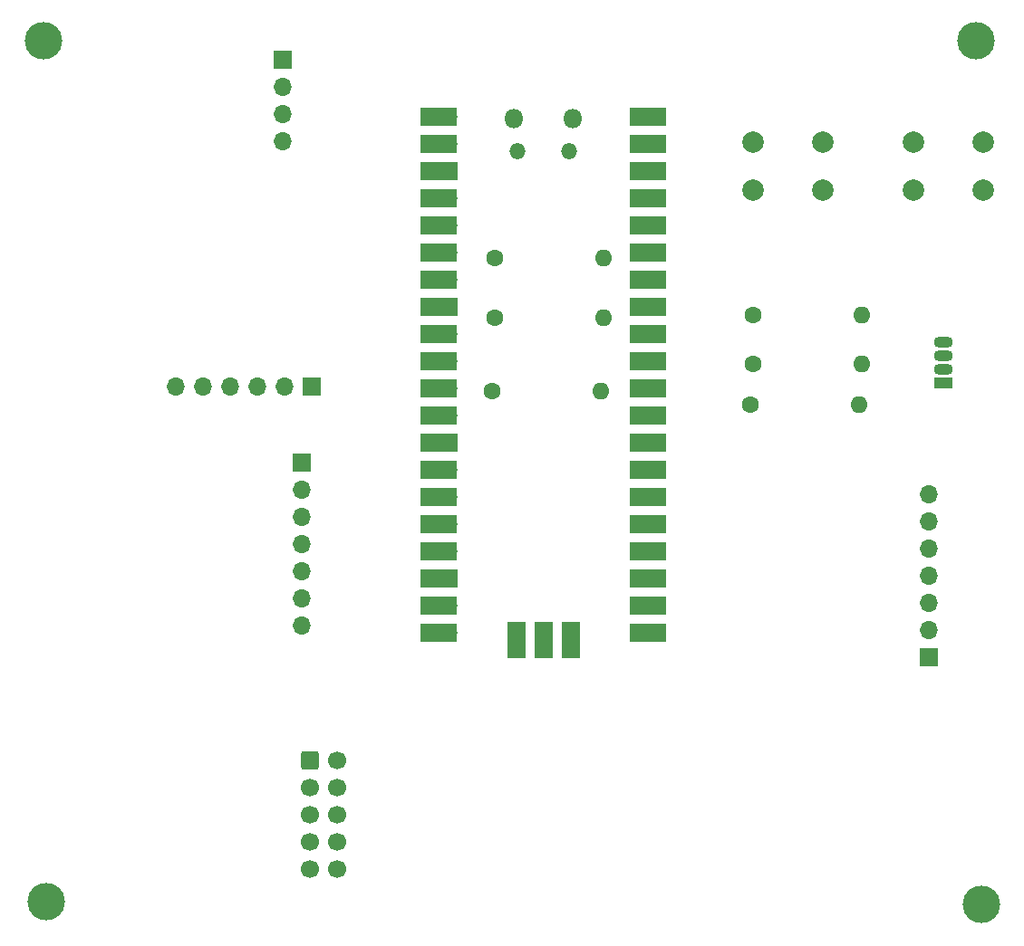
<source format=gbr>
%TF.GenerationSoftware,KiCad,Pcbnew,(6.0.1)*%
%TF.CreationDate,2022-11-11T16:48:08-03:00*%
%TF.ProjectId,Circuito esquem_tico,43697263-7569-4746-9f20-65737175656d,rev?*%
%TF.SameCoordinates,Original*%
%TF.FileFunction,Soldermask,Top*%
%TF.FilePolarity,Negative*%
%FSLAX46Y46*%
G04 Gerber Fmt 4.6, Leading zero omitted, Abs format (unit mm)*
G04 Created by KiCad (PCBNEW (6.0.1)) date 2022-11-11 16:48:08*
%MOMM*%
%LPD*%
G01*
G04 APERTURE LIST*
G04 Aperture macros list*
%AMRoundRect*
0 Rectangle with rounded corners*
0 $1 Rounding radius*
0 $2 $3 $4 $5 $6 $7 $8 $9 X,Y pos of 4 corners*
0 Add a 4 corners polygon primitive as box body*
4,1,4,$2,$3,$4,$5,$6,$7,$8,$9,$2,$3,0*
0 Add four circle primitives for the rounded corners*
1,1,$1+$1,$2,$3*
1,1,$1+$1,$4,$5*
1,1,$1+$1,$6,$7*
1,1,$1+$1,$8,$9*
0 Add four rect primitives between the rounded corners*
20,1,$1+$1,$2,$3,$4,$5,0*
20,1,$1+$1,$4,$5,$6,$7,0*
20,1,$1+$1,$6,$7,$8,$9,0*
20,1,$1+$1,$8,$9,$2,$3,0*%
G04 Aperture macros list end*
%ADD10C,1.600000*%
%ADD11O,1.600000X1.600000*%
%ADD12R,1.700000X1.700000*%
%ADD13O,1.700000X1.700000*%
%ADD14C,3.500000*%
%ADD15RoundRect,0.250000X-0.600000X-0.600000X0.600000X-0.600000X0.600000X0.600000X-0.600000X0.600000X0*%
%ADD16C,1.700000*%
%ADD17C,2.000000*%
%ADD18R,1.800000X1.070000*%
%ADD19O,1.800000X1.070000*%
%ADD20O,1.800000X1.800000*%
%ADD21O,1.500000X1.500000*%
%ADD22R,3.500000X1.700000*%
%ADD23R,1.700000X3.500000*%
G04 APERTURE END LIST*
D10*
%TO.C,R6*%
X158496000Y-73406000D03*
D11*
X168656000Y-73406000D03*
%TD*%
D12*
%TO.C,J3*%
X114808000Y-41148000D03*
D13*
X114808000Y-43688000D03*
X114808000Y-46228000D03*
X114808000Y-48768000D03*
%TD*%
D10*
%TO.C,R5*%
X158750000Y-69596000D03*
D11*
X168910000Y-69596000D03*
%TD*%
D12*
%TO.C,J4*%
X117577006Y-71709991D03*
D13*
X115037006Y-71709991D03*
X112497006Y-71709991D03*
X109957006Y-71709991D03*
X107417006Y-71709991D03*
X104877006Y-71709991D03*
%TD*%
D14*
%TO.C,REF\u002A\u002A*%
X92710000Y-119888000D03*
%TD*%
D15*
%TO.C,J6*%
X117357500Y-106680000D03*
D16*
X119897500Y-106680000D03*
X117357500Y-109220000D03*
X119897500Y-109220000D03*
X117357500Y-111760000D03*
X119897500Y-111760000D03*
X117357500Y-114300000D03*
X119897500Y-114300000D03*
X117357500Y-116840000D03*
X119897500Y-116840000D03*
%TD*%
D10*
%TO.C,R4*%
X158750000Y-65024000D03*
D11*
X168910000Y-65024000D03*
%TD*%
D12*
%TO.C,J1*%
X116611000Y-78760000D03*
D13*
X116611000Y-81300000D03*
X116611000Y-83840000D03*
X116611000Y-86380000D03*
X116611000Y-88920000D03*
X116611000Y-91460000D03*
X116611000Y-94000000D03*
%TD*%
D14*
%TO.C,REF\u002A\u002A*%
X92456000Y-39370000D03*
%TD*%
D17*
%TO.C,SW2*%
X165302000Y-48804000D03*
X158802000Y-48804000D03*
X165302000Y-53304000D03*
X158802000Y-53304000D03*
%TD*%
D18*
%TO.C,D1*%
X176530000Y-71374000D03*
D19*
X176530000Y-70104000D03*
X176530000Y-68834000D03*
X176530000Y-67564000D03*
%TD*%
D10*
%TO.C,R1*%
X134620000Y-59690000D03*
D11*
X144780000Y-59690000D03*
%TD*%
D10*
%TO.C,R2*%
X134620000Y-65278000D03*
D11*
X144780000Y-65278000D03*
%TD*%
D20*
%TO.C,U1*%
X141917000Y-46612000D03*
X136467000Y-46612000D03*
D21*
X136767000Y-49642000D03*
X141617000Y-49642000D03*
D13*
X130302000Y-46482000D03*
D22*
X129402000Y-46482000D03*
D13*
X130302000Y-49022000D03*
D22*
X129402000Y-49022000D03*
X129402000Y-51562000D03*
D12*
X130302000Y-51562000D03*
D13*
X130302000Y-54102000D03*
D22*
X129402000Y-54102000D03*
D13*
X130302000Y-56642000D03*
D22*
X129402000Y-56642000D03*
D13*
X130302000Y-59182000D03*
D22*
X129402000Y-59182000D03*
X129402000Y-61722000D03*
D13*
X130302000Y-61722000D03*
D12*
X130302000Y-64262000D03*
D22*
X129402000Y-64262000D03*
X129402000Y-66802000D03*
D13*
X130302000Y-66802000D03*
X130302000Y-69342000D03*
D22*
X129402000Y-69342000D03*
X129402000Y-71882000D03*
D13*
X130302000Y-71882000D03*
X130302000Y-74422000D03*
D22*
X129402000Y-74422000D03*
D12*
X130302000Y-76962000D03*
D22*
X129402000Y-76962000D03*
X129402000Y-79502000D03*
D13*
X130302000Y-79502000D03*
X130302000Y-82042000D03*
D22*
X129402000Y-82042000D03*
X129402000Y-84582000D03*
D13*
X130302000Y-84582000D03*
D22*
X129402000Y-87122000D03*
D13*
X130302000Y-87122000D03*
D22*
X129402000Y-89662000D03*
D12*
X130302000Y-89662000D03*
D13*
X130302000Y-92202000D03*
D22*
X129402000Y-92202000D03*
X129402000Y-94742000D03*
D13*
X130302000Y-94742000D03*
D22*
X148982000Y-94742000D03*
D13*
X148082000Y-94742000D03*
D22*
X148982000Y-92202000D03*
D13*
X148082000Y-92202000D03*
D22*
X148982000Y-89662000D03*
D12*
X148082000Y-89662000D03*
D13*
X148082000Y-87122000D03*
D22*
X148982000Y-87122000D03*
X148982000Y-84582000D03*
D13*
X148082000Y-84582000D03*
D22*
X148982000Y-82042000D03*
D13*
X148082000Y-82042000D03*
X148082000Y-79502000D03*
D22*
X148982000Y-79502000D03*
D12*
X148082000Y-76962000D03*
D22*
X148982000Y-76962000D03*
D13*
X148082000Y-74422000D03*
D22*
X148982000Y-74422000D03*
X148982000Y-71882000D03*
D13*
X148082000Y-71882000D03*
X148082000Y-69342000D03*
D22*
X148982000Y-69342000D03*
D13*
X148082000Y-66802000D03*
D22*
X148982000Y-66802000D03*
X148982000Y-64262000D03*
D12*
X148082000Y-64262000D03*
D22*
X148982000Y-61722000D03*
D13*
X148082000Y-61722000D03*
D22*
X148982000Y-59182000D03*
D13*
X148082000Y-59182000D03*
X148082000Y-56642000D03*
D22*
X148982000Y-56642000D03*
X148982000Y-54102000D03*
D13*
X148082000Y-54102000D03*
D22*
X148982000Y-51562000D03*
D12*
X148082000Y-51562000D03*
D22*
X148982000Y-49022000D03*
D13*
X148082000Y-49022000D03*
X148082000Y-46482000D03*
D22*
X148982000Y-46482000D03*
D23*
X136652000Y-95412000D03*
D13*
X136652000Y-94512000D03*
D12*
X139192000Y-94512000D03*
D23*
X139192000Y-95412000D03*
D13*
X141732000Y-94512000D03*
D23*
X141732000Y-95412000D03*
%TD*%
D12*
%TO.C,J5*%
X175235000Y-97008000D03*
D13*
X175235000Y-94468000D03*
X175235000Y-91928000D03*
X175235000Y-89388000D03*
X175235000Y-86848000D03*
X175235000Y-84308000D03*
X175235000Y-81768000D03*
%TD*%
D10*
%TO.C,R3*%
X134366000Y-72136000D03*
D11*
X144526000Y-72136000D03*
%TD*%
D17*
%TO.C,SW1*%
X180288000Y-48804000D03*
X173788000Y-48804000D03*
X180288000Y-53304000D03*
X173788000Y-53304000D03*
%TD*%
D14*
%TO.C,REF\u002A\u002A*%
X179578000Y-39370000D03*
%TD*%
%TO.C,REF\u002A\u002A*%
X180086000Y-120142000D03*
%TD*%
M02*

</source>
